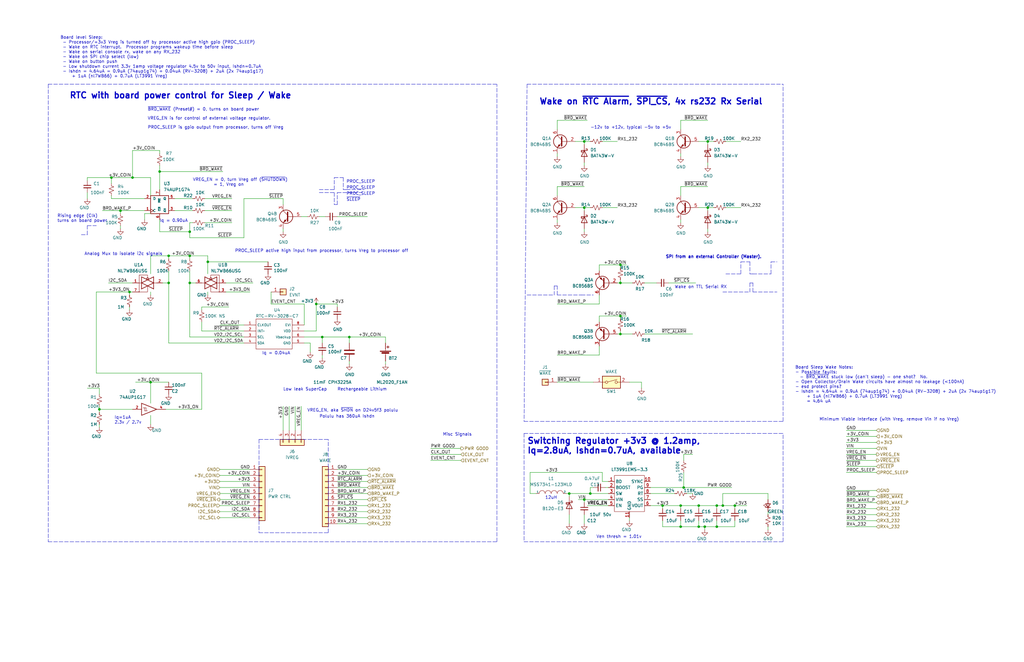
<source format=kicad_sch>
(kicad_sch (version 20211123) (generator eeschema)
  (paper "B")
  (title_block (title "Board SleepWake RTC ") (date "2022-07-16") (rev "V1.0") (company "Derived from iSee Solutions"))
  (junction (at 288.29 205.74))
  (junction (at 50.8 88.9))
  (junction (at 135.89 142.24))
  (junction (at 302.26 222.25))
  (junction (at 46.99 74.93))
  (junction (at 246.38 87.63))
  (junction (at 67.31 72.39))
  (junction (at 80.01 97.79))
  (junction (at 302.26 213.36))
  (junction (at 87.63 110.49))
  (junction (at 298.45 59.69))
  (junction (at 54.61 123.19))
  (junction (at 55.88 74.93))
  (junction (at 304.8 213.36))
  (junction (at 297.18 222.25))
  (junction (at 279.4 213.36))
  (junction (at 71.12 119.38))
  (junction (at 261.62 140.97))
  (junction (at 147.32 142.24))
  (junction (at 41.91 172.72))
  (junction (at 240.03 208.28))
  (junction (at 298.45 87.63))
  (junction (at 246.38 59.69))
  (junction (at 287.02 222.25))
  (junction (at 261.62 111.76))
  (junction (at 133.35 128.27))
  (junction (at 80.01 119.38))
  (junction (at 261.62 119.38))
  (junction (at 261.62 133.35))
  (junction (at 63.5 161.29))
  (junction (at 309.88 213.36))
  (junction (at 71.12 107.95))
  (junction (at 80.01 107.95))
  (junction (at 246.38 210.82))
  (junction (at 294.64 222.25))
  (junction (at 294.64 213.36))
  (junction (at 248.92 208.28))
  (junction (at 287.02 213.36))
  (wire (pts (xy 356.87 214.63) (xy 369.57 214.63)))
  (wire (pts (xy 287.02 219.71) (xy 287.02 222.25)))
  (wire (pts (xy 55.88 63.5) (xy 67.31 63.5)))
  (wire (pts (xy 287.02 50.8) (xy 298.45 50.8)))
  (wire (pts (xy 279.4 213.36) (xy 287.02 213.36)))
  (wire (pts (xy 41.91 179.07) (xy 41.91 180.34)))
  (polyline (pts (xy 220.98 182.88) (xy 220.98 228.6)))
  (wire (pts (xy 271.78 119.38) (xy 276.86 119.38)))
  (wire (pts (xy 127 171.45) (xy 127 181.61)))
  (wire (pts (xy 63.5 107.95) (xy 63.5 115.57)))
  (wire (pts (xy 297.18 222.25) (xy 297.18 223.52)))
  (wire (pts (xy 356.87 181.61) (xy 369.57 181.61)))
  (wire (pts (xy 248.92 208.28) (xy 256.54 208.28)))
  (wire (pts (xy 105.41 210.82) (xy 92.71 210.82)))
  (wire (pts (xy 246.38 68.58) (xy 246.38 69.85)))
  (wire (pts (xy 128.27 139.7) (xy 133.35 139.7)))
  (wire (pts (xy 304.8 208.28) (xy 323.85 208.28)))
  (wire (pts (xy 80.01 107.95) (xy 87.63 107.95)))
  (wire (pts (xy 128.27 137.16) (xy 128.27 128.27)))
  (wire (pts (xy 254 203.2) (xy 256.54 203.2)))
  (polyline (pts (xy 325.12 115.57) (xy 325.12 110.49)))
  (wire (pts (xy 86.36 93.98) (xy 97.79 93.98)))
  (polyline (pts (xy 220.98 182.88) (xy 330.2 182.88)))
  (wire (pts (xy 105.41 213.36) (xy 92.71 213.36)))
  (wire (pts (xy 147.32 142.24) (xy 147.32 144.78)))
  (wire (pts (xy 133.35 128.27) (xy 133.35 139.7)))
  (wire (pts (xy 67.31 69.85) (xy 67.31 72.39)))
  (wire (pts (xy 356.87 196.85) (xy 369.57 196.85)))
  (wire (pts (xy 142.24 200.66) (xy 154.94 200.66)))
  (wire (pts (xy 356.87 217.17) (xy 369.57 217.17)))
  (polyline (pts (xy 20.32 35.56) (xy 20.32 228.6)))
  (wire (pts (xy 41.91 172.72) (xy 55.88 172.72)))
  (wire (pts (xy 46.99 82.55) (xy 46.99 83.82)))
  (wire (pts (xy 142.24 205.74) (xy 154.94 205.74)))
  (wire (pts (xy 356.87 194.31) (xy 369.57 194.31)))
  (polyline (pts (xy 36.83 95.25) (xy 40.64 95.25)))
  (wire (pts (xy 302.26 213.36) (xy 302.26 214.63)))
  (wire (pts (xy 114.3 123.19) (xy 114.3 128.27)))
  (wire (pts (xy 287.02 54.61) (xy 287.02 50.8)))
  (wire (pts (xy 223.52 199.39) (xy 223.52 208.28)))
  (wire (pts (xy 306.07 87.63) (xy 312.42 87.63)))
  (polyline (pts (xy 144.78 80.01) (xy 146.05 80.01)))
  (wire (pts (xy 271.78 140.97) (xy 292.1 140.97)))
  (wire (pts (xy 87.63 110.49) (xy 113.03 110.49)))
  (wire (pts (xy 142.24 215.9) (xy 154.94 215.9)))
  (wire (pts (xy 234.95 50.8) (xy 247.65 50.8)))
  (wire (pts (xy 142.24 198.12) (xy 154.94 198.12)))
  (wire (pts (xy 287.02 213.36) (xy 287.02 214.63)))
  (wire (pts (xy 298.45 87.63) (xy 298.45 88.9)))
  (wire (pts (xy 248.92 205.74) (xy 248.92 208.28)))
  (wire (pts (xy 85.09 130.81) (xy 85.09 129.54)))
  (wire (pts (xy 306.07 59.69) (xy 312.42 59.69)))
  (wire (pts (xy 142.24 220.98) (xy 154.94 220.98)))
  (wire (pts (xy 87.63 110.49) (xy 87.63 115.57)))
  (wire (pts (xy 50.8 88.9) (xy 50.8 90.17)))
  (polyline (pts (xy 222.25 35.56) (xy 220.98 177.8)))
  (wire (pts (xy 246.38 59.69) (xy 246.38 60.96)))
  (wire (pts (xy 80.01 97.79) (xy 80.01 100.33)))
  (wire (pts (xy 142.24 218.44) (xy 154.94 218.44)))
  (wire (pts (xy 80.01 93.98) (xy 80.01 97.79)))
  (wire (pts (xy 162.56 142.24) (xy 162.56 144.78)))
  (wire (pts (xy 135.89 149.86) (xy 135.89 151.13)))
  (wire (pts (xy 85.09 157.48) (xy 40.64 157.48)))
  (wire (pts (xy 261.62 140.97) (xy 266.7 140.97)))
  (wire (pts (xy 265.43 161.29) (xy 270.51 161.29)))
  (wire (pts (xy 234.95 92.71) (xy 234.95 93.98)))
  (wire (pts (xy 130.81 144.78) (xy 130.81 148.59)))
  (polyline (pts (xy 109.22 224.79) (xy 138.43 224.79)))
  (wire (pts (xy 92.71 137.16) (xy 102.87 137.16)))
  (wire (pts (xy 135.89 142.24) (xy 135.89 144.78)))
  (wire (pts (xy 71.12 107.95) (xy 80.01 107.95)))
  (wire (pts (xy 287.02 92.71) (xy 287.02 93.98)))
  (wire (pts (xy 298.45 59.69) (xy 298.45 60.96)))
  (wire (pts (xy 246.38 217.17) (xy 246.38 220.98)))
  (wire (pts (xy 255.27 205.74) (xy 256.54 205.74)))
  (wire (pts (xy 142.24 128.27) (xy 142.24 129.54)))
  (wire (pts (xy 80.01 142.24) (xy 102.87 142.24)))
  (wire (pts (xy 68.58 119.38) (xy 71.12 119.38)))
  (wire (pts (xy 246.38 87.63) (xy 246.38 88.9)))
  (wire (pts (xy 73.66 88.9) (xy 81.28 88.9)))
  (wire (pts (xy 142.24 213.36) (xy 154.94 213.36)))
  (polyline (pts (xy 220.98 228.6) (xy 330.2 228.6)))
  (wire (pts (xy 294.64 222.25) (xy 297.18 222.25)))
  (wire (pts (xy 63.5 123.19) (xy 63.5 124.46)))
  (wire (pts (xy 50.8 88.9) (xy 60.96 88.9)))
  (polyline (pts (xy 233.68 120.65) (xy 233.68 124.46)))
  (wire (pts (xy 121.92 171.45) (xy 121.92 181.61)))
  (wire (pts (xy 261.62 133.35) (xy 261.62 134.62)))
  (wire (pts (xy 73.66 83.82) (xy 81.28 83.82)))
  (polyline (pts (xy 144.78 74.93) (xy 144.78 80.01)))
  (wire (pts (xy 246.38 96.52) (xy 246.38 97.79)))
  (wire (pts (xy 80.01 119.38) (xy 80.01 142.24)))
  (wire (pts (xy 63.5 74.93) (xy 63.5 82.55)))
  (wire (pts (xy 41.91 166.37) (xy 41.91 163.83)))
  (wire (pts (xy 298.45 87.63) (xy 300.99 87.63)))
  (wire (pts (xy 260.35 119.38) (xy 261.62 119.38)))
  (wire (pts (xy 252.73 128.27) (xy 234.95 128.27)))
  (wire (pts (xy 289.56 208.28) (xy 292.1 208.28)))
  (wire (pts (xy 67.31 64.77) (xy 67.31 63.5)))
  (wire (pts (xy 162.56 152.4) (xy 162.56 153.67)))
  (polyline (pts (xy 140.97 86.36) (xy 142.24 86.36)))
  (wire (pts (xy 356.87 191.77) (xy 369.57 191.77)))
  (wire (pts (xy 102.87 83.82) (xy 102.87 100.33)))
  (wire (pts (xy 252.73 111.76) (xy 261.62 111.76)))
  (wire (pts (xy 309.88 222.25) (xy 309.88 219.71)))
  (wire (pts (xy 119.38 83.82) (xy 119.38 86.36)))
  (wire (pts (xy 134.62 91.44) (xy 137.16 91.44)))
  (wire (pts (xy 86.36 83.82) (xy 97.79 83.82)))
  (wire (pts (xy 243.84 210.82) (xy 246.38 210.82)))
  (wire (pts (xy 287.02 213.36) (xy 294.64 213.36)))
  (wire (pts (xy 63.5 175.26) (xy 63.5 179.07)))
  (polyline (pts (xy 142.24 86.36) (xy 142.24 81.28)))
  (wire (pts (xy 234.95 82.55) (xy 234.95 78.74)))
  (wire (pts (xy 85.09 139.7) (xy 102.87 139.7)))
  (polyline (pts (xy 312.42 110.49) (xy 316.23 110.49)))
  (wire (pts (xy 105.41 200.66) (xy 92.71 200.66)))
  (wire (pts (xy 50.8 95.25) (xy 50.8 96.52)))
  (wire (pts (xy 356.87 186.69) (xy 369.57 186.69)))
  (polyline (pts (xy 134.62 80.01) (xy 140.97 80.01)))
  (polyline (pts (xy 20.32 228.6) (xy 209.55 228.6)))
  (polyline (pts (xy 140.97 74.93) (xy 144.78 74.93)))
  (wire (pts (xy 46.99 83.82) (xy 60.96 83.82)))
  (wire (pts (xy 128.27 144.78) (xy 130.81 144.78)))
  (wire (pts (xy 80.01 114.3) (xy 80.01 119.38)))
  (wire (pts (xy 279.4 219.71) (xy 279.4 222.25)))
  (wire (pts (xy 298.45 68.58) (xy 298.45 69.85)))
  (wire (pts (xy 223.52 199.39) (xy 254 199.39)))
  (wire (pts (xy 302.26 213.36) (xy 304.8 213.36)))
  (wire (pts (xy 87.63 123.19) (xy 87.63 124.46)))
  (wire (pts (xy 67.31 92.71) (xy 67.31 97.79)))
  (wire (pts (xy 142.24 91.44) (xy 154.94 91.44)))
  (wire (pts (xy 119.38 83.82) (xy 102.87 83.82)))
  (wire (pts (xy 309.88 213.36) (xy 314.96 213.36)))
  (wire (pts (xy 250.19 205.74) (xy 248.92 205.74)))
  (wire (pts (xy 133.35 128.27) (xy 142.24 128.27)))
  (wire (pts (xy 63.5 161.29) (xy 63.5 170.18)))
  (wire (pts (xy 240.03 208.28) (xy 248.92 208.28)))
  (polyline (pts (xy 316.23 115.57) (xy 317.5 115.57)))
  (wire (pts (xy 356.87 222.25) (xy 369.57 222.25)))
  (wire (pts (xy 298.45 59.69) (xy 300.99 59.69)))
  (wire (pts (xy 298.45 96.52) (xy 298.45 97.79)))
  (wire (pts (xy 252.73 111.76) (xy 252.73 114.3)))
  (wire (pts (xy 41.91 172.72) (xy 41.91 173.99)))
  (wire (pts (xy 254 199.39) (xy 254 203.2)))
  (polyline (pts (xy 146.05 80.01) (xy 153.67 80.01)))
  (wire (pts (xy 142.24 203.2) (xy 154.94 203.2)))
  (wire (pts (xy 119.38 171.45) (xy 119.38 181.61)))
  (wire (pts (xy 356.87 209.55) (xy 369.57 209.55)))
  (wire (pts (xy 67.31 97.79) (xy 80.01 97.79)))
  (wire (pts (xy 135.89 142.24) (xy 147.32 142.24)))
  (wire (pts (xy 234.95 78.74) (xy 246.38 78.74)))
  (wire (pts (xy 287.02 82.55) (xy 287.02 78.74)))
  (wire (pts (xy 323.85 222.25) (xy 323.85 223.52)))
  (wire (pts (xy 261.62 133.35) (xy 264.16 133.35)))
  (wire (pts (xy 288.29 205.74) (xy 308.61 205.74)))
  (wire (pts (xy 270.51 161.29) (xy 270.51 163.83)))
  (wire (pts (xy 69.85 172.72) (xy 85.09 172.72)))
  (wire (pts (xy 181.61 189.23) (xy 194.31 189.23)))
  (wire (pts (xy 142.24 208.28) (xy 154.94 208.28)))
  (polyline (pts (xy 222.25 35.56) (xy 330.2 35.56)))
  (wire (pts (xy 40.64 123.19) (xy 54.61 123.19)))
  (polyline (pts (xy 142.24 81.28) (xy 152.4 81.28)))
  (wire (pts (xy 223.52 208.28) (xy 226.06 208.28)))
  (wire (pts (xy 46.99 77.47) (xy 46.99 74.93)))
  (wire (pts (xy 40.64 157.48) (xy 40.64 123.19)))
  (wire (pts (xy 181.61 191.77) (xy 194.31 191.77)))
  (wire (pts (xy 246.38 59.69) (xy 248.92 59.69)))
  (wire (pts (xy 95.25 123.19) (xy 105.41 123.19)))
  (wire (pts (xy 41.91 171.45) (xy 41.91 172.72)))
  (wire (pts (xy 71.12 144.78) (xy 102.87 144.78)))
  (wire (pts (xy 57.15 161.29) (xy 63.5 161.29)))
  (wire (pts (xy 294.64 219.71) (xy 294.64 222.25)))
  (polyline (pts (xy 222.25 124.46) (xy 233.68 124.46)))
  (wire (pts (xy 302.26 222.25) (xy 309.88 222.25)))
  (polyline (pts (xy 325.12 110.49) (xy 327.66 110.49)))
  (polyline (pts (xy 312.42 115.57) (xy 312.42 110.49)))
  (wire (pts (xy 294.64 213.36) (xy 302.26 213.36)))
  (wire (pts (xy 36.83 74.93) (xy 36.83 76.2)))
  (wire (pts (xy 234.95 161.29) (xy 250.19 161.29)))
  (wire (pts (xy 127 91.44) (xy 129.54 91.44)))
  (polyline (pts (xy 138.43 224.79) (xy 138.43 185.42)))
  (polyline (pts (xy 317.5 119.38) (xy 316.23 119.38)))
  (polyline (pts (xy 234.95 120.65) (xy 233.68 120.65)))
  (wire (pts (xy 294.64 213.36) (xy 294.64 214.63)))
  (polyline (pts (xy 330.2 228.6) (xy 330.2 182.88)))
  (polyline (pts (xy 316.23 110.49) (xy 316.23 115.57)))
  (wire (pts (xy 304.8 213.36) (xy 304.8 208.28)))
  (wire (pts (xy 80.01 107.95) (xy 80.01 109.22)))
  (polyline (pts (xy 109.22 185.42) (xy 109.22 224.79)))
  (wire (pts (xy 234.95 50.8) (xy 234.95 54.61)))
  (wire (pts (xy 323.85 215.9) (xy 323.85 217.17)))
  (wire (pts (xy 294.64 87.63) (xy 298.45 87.63)))
  (polyline (pts (xy 109.22 185.42) (xy 138.43 185.42)))
  (polyline (pts (xy 34.29 99.06) (xy 36.83 99.06)))
  (wire (pts (xy 356.87 184.15) (xy 369.57 184.15)))
  (wire (pts (xy 356.87 219.71) (xy 369.57 219.71)))
  (polyline (pts (xy 304.8 123.19) (xy 316.23 123.19)))
  (polyline (pts (xy 317.5 123.19) (xy 327.66 123.19)))
  (wire (pts (xy 356.87 199.39) (xy 369.57 199.39)))
  (polyline (pts (xy 306.07 115.57) (xy 312.42 115.57)))
  (wire (pts (xy 54.61 123.19) (xy 54.61 124.46)))
  (wire (pts (xy 240.03 217.17) (xy 240.03 220.98)))
  (wire (pts (xy 80.01 119.38) (xy 82.55 119.38)))
  (wire (pts (xy 274.32 213.36) (xy 279.4 213.36)))
  (polyline (pts (xy 36.83 99.06) (xy 36.83 95.25)))
  (wire (pts (xy 234.95 64.77) (xy 234.95 66.04)))
  (wire (pts (xy 309.88 213.36) (xy 309.88 214.63)))
  (polyline (pts (xy 245.11 124.46) (xy 250.19 124.46)))
  (wire (pts (xy 238.76 208.28) (xy 240.03 208.28)))
  (wire (pts (xy 287.02 222.25) (xy 294.64 222.25)))
  (wire (pts (xy 254 87.63) (xy 260.35 87.63)))
  (polyline (pts (xy 316.23 119.38) (xy 316.23 123.19)))
  (wire (pts (xy 147.32 142.24) (xy 162.56 142.24)))
  (wire (pts (xy 252.73 149.86) (xy 234.95 149.86)))
  (wire (pts (xy 55.88 74.93) (xy 63.5 74.93)))
  (wire (pts (xy 67.31 72.39) (xy 67.31 80.01)))
  (polyline (pts (xy 234.95 124.46) (xy 234.95 120.65)))
  (wire (pts (xy 95.25 119.38) (xy 106.68 119.38)))
  (wire (pts (xy 105.41 208.28) (xy 92.71 208.28)))
  (wire (pts (xy 260.35 140.97) (xy 261.62 140.97)))
  (wire (pts (xy 81.28 93.98) (xy 80.01 93.98)))
  (polyline (pts (xy 234.95 124.46) (xy 245.11 124.46)))
  (wire (pts (xy 252.73 146.05) (xy 252.73 149.86)))
  (wire (pts (xy 246.38 87.63) (xy 248.92 87.63)))
  (wire (pts (xy 323.85 208.28) (xy 323.85 210.82)))
  (wire (pts (xy 105.41 205.74) (xy 92.71 205.74)))
  (wire (pts (xy 254 59.69) (xy 260.35 59.69)))
  (wire (pts (xy 87.63 107.95) (xy 87.63 110.49)))
  (wire (pts (xy 242.57 87.63) (xy 246.38 87.63)))
  (wire (pts (xy 71.12 109.22) (xy 71.12 107.95)))
  (wire (pts (xy 265.43 218.44) (xy 265.43 219.71)))
  (wire (pts (xy 114.3 128.27) (xy 128.27 128.27)))
  (wire (pts (xy 85.09 135.89) (xy 85.09 139.7)))
  (wire (pts (xy 128.27 142.24) (xy 135.89 142.24)))
  (wire (pts (xy 288.29 194.31) (xy 288.29 191.77)))
  (wire (pts (xy 279.4 213.36) (xy 279.4 214.63)))
  (wire (pts (xy 147.32 152.4) (xy 147.32 153.67)))
  (wire (pts (xy 55.88 63.5) (xy 55.88 74.93)))
  (wire (pts (xy 105.41 198.12) (xy 92.71 198.12)))
  (wire (pts (xy 142.24 210.82) (xy 154.94 210.82)))
  (polyline (pts (xy 140.97 80.01) (xy 140.97 74.93)))
  (wire (pts (xy 67.31 72.39) (xy 93.98 72.39)))
  (wire (pts (xy 85.09 129.54) (xy 96.52 129.54)))
  (wire (pts (xy 356.87 189.23) (xy 369.57 189.23)))
  (polyline (pts (xy 209.55 228.6) (xy 209.55 35.56)))
  (wire (pts (xy 43.18 88.9) (xy 50.8 88.9)))
  (polyline (pts (xy 220.98 177.8) (xy 330.2 177.8)))
  (wire (pts (xy 63.5 90.17) (xy 60.96 90.17)))
  (wire (pts (xy 261.62 139.7) (xy 261.62 140.97)))
  (wire (pts (xy 60.96 90.17) (xy 60.96 92.71)))
  (wire (pts (xy 274.32 208.28) (xy 284.48 208.28)))
  (wire (pts (xy 246.38 210.82) (xy 256.54 210.82)))
  (wire (pts (xy 246.38 210.82) (xy 246.38 212.09)))
  (polyline (pts (xy 317.5 123.19) (xy 317.5 119.38)))
  (wire (pts (xy 252.73 124.46) (xy 252.73 128.27)))
  (wire (pts (xy 119.38 96.52) (xy 119.38 97.79)))
  (polyline (pts (xy 317.5 115.57) (xy 325.12 115.57)))
  (wire (pts (xy 124.46 171.45) (xy 124.46 181.61)))
  (wire (pts (xy 240.03 208.28) (xy 240.03 209.55)))
  (wire (pts (xy 71.12 114.3) (xy 71.12 119.38)))
  (polyline (pts (xy 140.97 81.28) (xy 140.97 86.36)))
  (wire (pts (xy 356.87 207.01) (xy 369.57 207.01)))
  (wire (pts (xy 36.83 81.28) (xy 36.83 83.82)))
  (wire (pts (xy 261.62 111.76) (xy 264.16 111.76)))
  (wire (pts (xy 252.73 133.35) (xy 252.73 135.89)))
  (wire (pts (xy 252.73 133.35) (xy 261.62 133.35)))
  (wire (pts (xy 279.4 222.25) (xy 287.02 222.25)))
  (wire (pts (xy 261.62 119.38) (xy 266.7 119.38)))
  (wire (pts (xy 288.29 205.74) (xy 288.29 199.39)))
  (polyline (pts (xy 330.2 177.8) (xy 330.2 35.56)))
  (wire (pts (xy 46.99 74.93) (xy 55.88 74.93)))
  (wire (pts (xy 71.12 107.95) (xy 63.5 107.95)))
  (wire (pts (xy 288.29 191.77) (xy 292.1 191.77)))
  (wire (pts (xy 181.61 194.31) (xy 194.31 194.31)))
  (wire (pts (xy 294.64 59.69) (xy 298.45 59.69)))
  (wire (pts (xy 356.87 212.09) (xy 369.57 212.09)))
  (wire (pts (xy 261.62 111.76) (xy 261.62 113.03)))
  (wire (pts (xy 71.12 119.38) (xy 71.12 144.78)))
  (wire (pts (xy 36.83 163.83) (xy 41.91 163.83)))
  (wire (pts (xy 36.83 74.93) (xy 46.99 74.93)))
  (wire (pts (xy 45.72 119.38) (xy 55.88 119.38)))
  (wire (pts (xy 54.61 129.54) (xy 54.61 130.81)))
  (wire (pts (xy 302.26 219.71) (xy 302.26 222.25)))
  (wire (pts (xy 85.09 172.72) (xy 85.09 157.48)))
  (wire (pts (xy 287.02 78.74) (xy 298.45 78.74)))
  (wire (pts (xy 242.57 59.69) (xy 246.38 59.69)))
  (wire (pts (xy 105.41 215.9) (xy 92.71 215.9)))
  (wire (pts (xy 105.41 218.44) (xy 92.71 218.44)))
  (wire (pts (xy 247.65 213.36) (xy 256.54 213.36)))
  (polyline (pts (xy 20.32 35.56) (xy 209.55 35.56)))
  (wire (pts (xy 105.41 203.2) (xy 92.71 203.2)))
  (polyline (pts (xy 134.62 81.28) (xy 140.97 81.28)))
  (wire (pts (xy 287.02 64.77) (xy 287.02 66.04)))
  (wire (pts (xy 274.32 205.74) (xy 288.29 205.74)))
  (wire (pts (xy 304.8 213.36) (xy 309.88 213.36)))
  (wire (pts (xy 261.62 118.11) (xy 261.62 119.38)))
  (wire (pts (xy 86.36 88.9) (xy 97.79 88.9)))
  (wire (pts (xy 297.18 222.25) (xy 302.26 222.25)))
  (wire (pts (xy 80.01 100.33) (xy 102.87 100.33)))
  (wire (pts (xy 281.94 119.38) (xy 293.37 119.38)))
  (wire (pts (xy 54.61 123.19) (xy 55.88 123.19)))
  (wire (pts (xy 63.5 161.29) (xy 71.12 161.29)))
  (text "Rising edge (Clk) \nturns on board power\n" (at 24.13 93.98 0) (effects (font (size 1.27 1.27)) (justify left bottom)))
  (text "RTC with board power control for Sleep / Wake" (at 29.21 41.91 0) (effects (font (size 2.54 2.54) (thickness 0.508) bold) (justify left bottom)))
  (text "Iq = 0.90uA" (at 67.31 93.98 0) (effects (font (size 1.27 1.27)) (justify left bottom)))
  (text "Iq = 0.04uA" (at 110.49 149.86 0) (effects (font (size 1.27 1.27)) (justify left bottom)))
  (text "Minimum Viable Interface (with Vreg, remove Vin if no Vreg)" (at 345.44 177.8 0) (effects (font (size 1.27 1.27)) (justify left bottom)))
  (text "Switching Regulator +3v3 @ 1.2amp, \nIq=2.8uA, Ishdn=0.7uA, available" (at 222.25 191.77 0) (effects (font (size 2.54 2.54) (thickness 0.508) bold) (justify left bottom)))
  (text "PROC_SLEEP" (at 146.05 80.01 0) (effects (font (size 1.27 1.27)) (justify left bottom)))
  (text "Low leak SuperCap" (at 119.38 165.1 0) (effects (font (size 1.27 1.27)) (justify left bottom)))
  (text "VREG_EN, aka ~{SHDN} on D24v5f3 polulu" (at 129.54 173.99 0) (effects (font (size 1.27 1.27)) (justify left bottom)))
  (text "PROC_SLEEP" (at 146.05 77.47 0) (effects (font (size 1.27 1.27)) (justify left bottom)))
  (text "PROC_SLEEP is gpio output from processor, turns off Vreg" (at 62.23 54.61 0) (effects (font (size 1.27 1.27)) (justify left bottom)))
  (text "Board Sleep Wake Notes:\n- Possible faults: \n  - ~{BRD_WAKE} stuck low (can't sleep) - one shot?  No.\n- Open Collector/Drain Wake circuits have almost no leakage (<100nA)\n- esd protect pins?  \n- Ishdn = 4.64uA = 0.9uA (74aup1g74) + 0.04uA (RV-3208) + 2uA (2x 74aup1g17)\n     + 1uA (nl7WB66) + 0.7uA (LT3991 Vreg)\n     = 4.64 uA" (at 335.28 170.18 0) (effects (font (size 1.27 1.27)) (justify left bottom)))
  (text "VREG_EN = 0, turn Vreg off (~{SHUTDOWN})\n         = 1, Vreg on" (at 81.28 78.74 0) (effects (font (size 1.27 1.27)) (justify left bottom)))
  (text "Polulu has 360uA Ishdn" (at 134.62 176.53 0) (effects (font (size 1.27 1.27)) (justify left bottom)))
  (text "-12v to +12v, typical -5v to +5v" (at 248.92 54.61 0) (effects (font (size 1.27 1.27)) (justify left bottom)))
  (text "12uH\n" (at 229.87 210.82 0) (effects (font (size 1.27 1.27)) (justify left bottom)))
  (text "Rechargeable Lithium\n" (at 142.24 165.1 0) (effects (font (size 1.27 1.27)) (justify left bottom)))
  (text "SPI from an external Controller (Master)." (at 280.67 109.22 0) (effects (font (size 1.27 1.27) bold) (justify left bottom)))
  (text "Misc Signals" (at 186.69 184.15 0) (effects (font (size 1.27 1.27)) (justify left bottom)))
  (text "Analog Mux to isolate i2c signals" (at 35.56 107.95 0) (effects (font (size 1.27 1.27)) (justify left bottom)))
  (text "~{SLEEP}" (at 146.05 85.09 0) (effects (font (size 1.27 1.27)) (justify left bottom)))
  (text "Wake on ~{RTC Alarm}, ~{SPI_CS}, 4x rs232 Rx Serial \n" (at 227.33 44.45 0) (effects (font (size 2.54 2.54) (thickness 0.508) bold) (justify left bottom)))
  (text "Wake on TTL Serial RX" (at 284.48 121.92 0) (effects (font (size 1.27 1.27)) (justify left bottom)))
  (text "VREG_EN is for control of external voltage regulator.\n" (at 62.23 50.8 0) (effects (font (size 1.27 1.27)) (justify left bottom)))
  (text "PROC_SLEEP active high input from processor, turns Vreg to processor off" (at 99.06 106.68 0) (effects (font (size 1.27 1.27)) (justify left bottom)))
  (text "~{BRD_WAKE} (Preset#) = 0, turns on board power\n" (at 62.23 46.99 0) (effects (font (size 1.27 1.27)) (justify left bottom)))
  (text "Ven thresh = 1.01v" (at 251.46 227.33 0) (effects (font (size 1.27 1.27)) (justify left bottom)))
  (text "Iq=1uA\n2.3v / 2.7v" (at 48.26 179.07 0) (effects (font (size 1.27 1.27)) (justify left bottom)))
  (text "PROC_SLEEP" (at 146.05 82.55 0) (effects (font (size 1.27 1.27)) (justify left bottom)))
  (text "Board level Sleep:\n - Processor/+3v3 Vreg is turned off by processor active high gpio (PROC_SLEEP)\n - Wake on RTC interrupt.  Processor programs wakeup time before sleep\n - Wake on serial console rx, wake on any RX_232\n - Wake on SPI chip select (low)\n - Wake on button push\n - Low shutdown current 3.3v 1amp voltage regulator 4.5v to 50v input, Ishdn=0.7uA\n - Ishdn = 4.64uA = 0.9uA (74aup1g74) + 0.04uA (RV-3208) + 2uA (2x 74aup1g17)\n     + 1uA (nl7WB66) + 0.7uA (LT3991 Vreg)" (at 25.4 33.02 0) (effects (font (size 1.27 1.27)) (justify left bottom)))
  (label "~{BRD_WAKE}" (at 142.24 205.74 0))
  (label "~{BRD_WAKE}" (at 234.95 161.29 0))
  (label "GND" (at 356.87 181.61 0))
  (label "RX3_232" (at 260.35 87.63 0))
  (label "PWR GOOD" (at 308.61 205.74 180))
  (label "~{BRD_WAKE}" (at 298.45 78.74 180))
  (label "RX1_232" (at 356.87 214.63 0))
  (label "+3V_COIN" (at 72.39 107.95 0))
  (label "GND" (at 121.92 171.45 270))
  (label "BRD_WAKE_P" (at 234.95 149.86 0))
  (label "RX4_232" (at 312.42 87.63 0))
  (label "I2C_SDA" (at 105.41 215.9 180))
  (label "~{BRD_WAKE}" (at 246.38 78.74 180))
  (label "GND" (at 105.41 198.12 180))
  (label "+3V3" (at 119.38 171.45 270))
  (label "PROC_SLEEP" (at 154.94 91.44 180))
  (label "CLK_OUT" (at 181.61 191.77 0))
  (label "+3V_COIN" (at 45.72 74.93 0))
  (label "~{SLEEP}" (at 356.87 196.85 0))
  (label "+3V_COIN" (at 264.16 111.76 180))
  (label "RX2_232" (at 142.24 215.9 0))
  (label "EVENT_CNT" (at 181.61 194.31 0))
  (label "BRD_WAKE_P" (at 356.87 212.09 0))
  (label "+3V3" (at 105.41 203.2 180))
  (label "VREG_EN" (at 97.79 83.82 180))
  (label "GND" (at 356.87 207.01 0))
  (label "+3V3" (at 281.94 213.36 180))
  (label "PROC_SLEEP" (at 356.87 199.39 0))
  (label "I2C_SDA" (at 45.72 119.38 0))
  (label "VIN" (at 105.41 205.74 180))
  (label "+3V3" (at 229.87 199.39 0))
  (label "EVENT_CNT" (at 114.3 128.27 0))
  (label "~{VREG_EN}" (at 105.41 210.82 180))
  (label "~{BRD_WAKE}" (at 298.45 50.8 180))
  (label "RX1_232" (at 260.35 59.69 0))
  (label "~{BRD_WAKE}" (at 356.87 209.55 0))
  (label "~{SLEEP}" (at 97.79 100.33 180))
  (label "+3V3_ON" (at 96.52 123.19 0))
  (label "VREG_EN" (at 127 171.45 270))
  (label "+3V_COIN" (at 142.24 200.66 0))
  (label "+3V_COIN" (at 67.31 161.29 180))
  (label "CLK_OUT" (at 92.71 137.16 0))
  (label "PROC_SLEEP" (at 105.41 213.36 180))
  (label "~{VREG_EN}" (at 97.79 88.9 180))
  (label "VIN" (at 243.84 210.82 0))
  (label "+3V_COIN" (at 151.13 142.24 0))
  (label "+3V_COIN" (at 97.79 93.98 180))
  (label "+3V_COIN" (at 264.16 133.35 180))
  (label "~{BRD_WAKE}" (at 247.65 50.8 180))
  (label "~{SPI_CS}" (at 142.24 210.82 0))
  (label "I2C_SCL" (at 105.41 218.44 180))
  (label "+3V3" (at 139.7 128.27 0))
  (label "BRD_WAKE_P" (at 234.95 128.27 0))
  (label "+3V3_ON" (at 45.72 123.19 0))
  (label "~{RTC_ALARM}" (at 289.56 140.97 180))
  (label "VREG_EN" (at 247.65 213.36 0) (effects (font (thickness 0.254) bold)))
  (label "~{VREG_EN}" (at 356.87 194.31 0))
  (label "+3V3" (at 36.83 163.83 0))
  (label "~{SLEEP}" (at 119.38 83.82 180))
  (label "RX1_232" (at 142.24 213.36 0))
  (label "PWR GOOD" (at 181.61 189.23 0))
  (label "VD2_I2C_SDA" (at 90.17 144.78 0))
  (label "+3V3" (at 292.1 191.77 180))
  (label "+3V_COIN" (at 356.87 184.15 0))
  (label "RX4_232" (at 356.87 222.25 0))
  (label "~{BRD_WAKE}" (at 93.98 72.39 180))
  (label "RX3_232" (at 142.24 218.44 0))
  (label "VREG_EN" (at 356.87 191.77 0))
  (label "RX2_232" (at 312.42 59.69 0))
  (label "+3V_COIN" (at 55.88 63.5 0))
  (label "GND" (at 142.24 198.12 0))
  (label "RX2_232" (at 356.87 217.17 0))
  (label "VREG_EN" (at 105.41 208.28 180))
  (label "VD2_I2C_SCL" (at 90.17 142.24 0))
  (label "VIN" (at 124.46 171.45 270))
  (label "RX3_232" (at 356.87 219.71 0))
  (label "~{RTC_ALARM}" (at 90.17 139.7 0))
  (label "+3V3_ON" (at 83.82 172.72 180))
  (label "+3V_COIN" (at 105.41 200.66 180))
  (label "VIN" (at 356.87 189.23 0))
  (label "+3V3" (at 314.96 213.36 180))
  (label "~{SPI_CS}" (at 290.83 119.38 180))
  (label "~{RTC_ALARM}" (at 142.24 203.2 0))
  (label "BRD_WAKE_P" (at 43.18 88.9 0))
  (label "RX4_232" (at 142.24 220.98 0))
  (label "~{SLEEP}" (at 71.12 97.79 0))
  (label "BRD_WAKE_P" (at 142.24 208.28 0))
  (label "+3V_COIN" (at 96.52 129.54 180))
  (label "I2C_SCL" (at 106.68 119.38 180))
  (label "+3V3" (at 356.87 186.69 0))
  (hierarchical_label "~{VREG_EN}" (shape output) (at 369.57 194.31 0))
  (hierarchical_label "~{SPI_CS}" (shape input) (at 154.94 210.82 0))
  (hierarchical_label "PROC_SLEEP" (shape input) (at 92.71 213.36 180))
  (hierarchical_label "VREG_EN" (shape output) (at 92.71 208.28 180))
  (hierarchical_label "BRD_WAKE_P" (shape input) (at 369.57 212.09 0))
  (hierarchical_label "RX3_232" (shape input) (at 154.94 218.44 0))
  (hierarchical_label "RX1_232" (shape input) (at 369.57 214.63 0))
  (hierarchical_label "VREG_EN" (shape output) (at 369.57 191.77 0))
  (hierarchical_label "RX2_232" (shape input) (at 154.94 215.9 0))
  (hierarchical_label "VIN" (shape input) (at 92.71 205.74 180))
  (hierarchical_label "~{RTC_ALARM}" (shape input) (at 154.94 203.2 0))
  (hierarchical_label "GND" (shape input) (at 369.57 207.01 0))
  (hierarchical_label "RX2_232" (shape input) (at 369.57 217.17 0))
  (hierarchical_label "+3V_COIN" (shape input) (at 92.71 200.66 180))
  (hierarchical_label "~{BRD_WAKE}" (shape input) (at 154.94 205.74 0))
  (hierarchical_label "+3V_COIN" (shape input) (at 369.57 184.15 0))
  (hierarchical_label "EVENT_CNT" (shape input) (at 194.31 194.31 0))
  (hierarchical_label "CLK_OUT" (shape input) (at 194.31 191.77 0))
  (hierarchical_label "~{VREG_EN}" (shape output) (at 92.71 210.82 180))
  (hierarchical_label "GND" (shape input) (at 92.71 198.12 180))
  (hierarchical_label "PROC_SLEEP" (shape input) (at 369.57 199.39 0))
  (hierarchical_label "BRD_WAKE_P" (shape input) (at 154.94 208.28 0))
  (hierarchical_label "+3V3" (shape input) (at 92.71 203.2 180))
  (hierarchical_label "GND" (shape input) (at 369.57 181.61 0))
  (hierarchical_label "VIN" (shape input) (at 369.57 189.23 0))
  (hierarchical_label "~{BRD_WAKE}" (shape input) (at 369.57 209.55 0))
  (hierarchical_label "RX4_232" (shape input) (at 369.57 222.25 0))
  (hierarchical_label "+3V_COIN" (shape input) (at 154.94 200.66 0))
  (hierarchical_label "RX4_232" (shape input) (at 154.94 220.98 0))
  (hierarchical_label "I2C_SCL" (shape bidirectional) (at 92.71 218.44 180))
  (hierarchical_label "+3V3" (shape input) (at 369.57 186.69 0))
  (hierarchical_label "RX1_232" (shape input) (at 154.94 213.36 0))
  (hierarchical_label "~{SLEEP}" (shape input) (at 369.57 196.85 0))
  (hierarchical_label "GND" (shape input) (at 154.94 198.12 0))
  (hierarchical_label "RX3_232" (shape input) (at 369.57 219.71 0))
  (hierarchical_label "PWR GOOD" (shape output) (at 194.31 189.23 0))
  (hierarchical_label "I2C_SDA" (shape bidirectional) (at 92.71 215.9 180))
  (symbol (lib_id "Device:R_Small_US") (at 83.82 93.98 90) (unit 1)
    (property "Reference" "R11" (at 86.36 95.25 90) (effects (justify right)))
    (property "Value" "100K" (at 81.28 96.52 90) (effects (justify right)))
    (property "Footprint" "Resistor_SMD:R_0603_1608Metric_Pad0.98x0.95mm_HandSolder" (effects hide))
  )
  (symbol (lib_id "Device:R_Small_US") (at 80.01 111.76 180) (unit 1)
    (property "Reference" "R8" (at 76.2 110.49 0) (effects (justify right)))
    (property "Value" "100K" (at 74.93 114.3 0) (effects (justify right)))
    (property "Footprint" "Resistor_SMD:R_0603_1608Metric_Pad0.98x0.95mm_HandSolder" (effects hide))
  )
  (symbol (lib_id "Device:C_Small") (at 71.12 163.83 0) (unit 1)
    (property "Reference" "C2" (at 72.39 165.1 0) (effects (justify left)))
    (property "Value" "100nF" (at 72.39 162.56 0) (effects (justify left)))
    (property "Footprint" "Capacitor_SMD:C_0603_1608Metric_Pad1.08x0.95mm_HandSolder" (effects hide))
  )
  (symbol (lib_id "power:GND") (at 36.83 83.82 0) (unit 1)
    (property "Reference" "#PWR0117" (effects hide))
    (property "Value" "GND" (at 35.56 87.63 0))
  )
  (symbol (lib_id "Transistor_BJT:BC846BS") (at 237.49 59.69 0) (mirror y) (unit 1)
    (property "Reference" "Q1" (at 232.41 58.4199 0) (effects (justify left)))
    (property "Value" "BC846BS" (at 232.41 60.9599 0) (effects (justify left)))
    (property "Footprint" "Package_TO_SOT_SMD:SOT-363_SC-70-6" (effects hide))
    (property "Datasheet" "https://assets.nexperia.com/documents/data-sheet/BC846BS.pdf" (effects hide))
  )
  (symbol (lib_id "74xGxx:74AUP1G17") (at 63.5 172.72 0) (unit 1)
    (property "Reference" "U2" (at 55.88 165.1 0))
    (property "Value" "74AUP1G17" (at 55.88 167.64 0))
    (property "Footprint" "Package_TO_SOT_SMD:SOT-353_SC-70-5_Handsoldering" (effects hide))
    (property "Datasheet" "http://www.ti.com/lit/sg/scyt129e/scyt129e.pdf" (effects hide))
  )
  (symbol (lib_id "Device:C") (at 147.32 148.59 0) (unit 1)
    (property "Reference" "C7" (at 143.51 151.13 0) (effects (justify left)))
    (property "Value" "11mF CPH3225A" (at 132.08 161.29 0) (effects (justify left)))
    (property "Footprint" "Capacitor_SMD:C_1210_3225Metric_Pad1.33x2.70mm_HandSolder" (effects hide))
  )
  (symbol (lib_id "power:GND") (at 292.1 208.28 0) (unit 1)
    (property "Reference" "#PWR0133" (effects hide))
    (property "Value" "GND" (at 294.64 208.28 0))
  )
  (symbol (lib_id "power:GND") (at 297.18 223.52 0) (unit 1)
    (property "Reference" "#PWR0134" (effects hide))
    (property "Value" "GND" (at 295.91 227.33 0))
  )
  (symbol (lib_id "Device:C_Small") (at 246.38 214.63 0) (mirror y) (unit 1)
    (property "Reference" "C12" (at 251.46 219.71 0) (effects (justify left)))
    (property "Value" "10uF 50v" (at 257.81 217.17 0) (effects (justify left)))
    (property "Footprint" "Capacitor_SMD:C_1206_3216Metric_Pad1.33x1.80mm_HandSolder" (effects hide))
  )
  (symbol (lib_id "power:GND") (at 298.45 97.79 0) (unit 1)
    (property "Reference" "#PWR0120" (effects hide))
    (property "Value" "GND" (at 298.577 102.1842 0))
  )
  (symbol (lib_id "Device:C_Small") (at 302.26 217.17 0) (mirror y) (unit 1)
    (property "Reference" "C17" (at 307.34 215.9 0) (effects (justify left)))
    (property "Value" "10uF" (at 308.61 219.71 0) (effects (justify left)))
    (property "Footprint" "Capacitor_SMD:C_0603_1608Metric_Pad1.08x0.95mm_HandSolder" (effects hide))
  )
  (symbol (lib_id "Device:R_Small_US") (at 269.24 119.38 270) (unit 1)
    (property "Reference" "R17" (at 271.78 121.92 90) (effects (justify right)))
    (property "Value" "10K" (at 271.78 116.84 90) (effects (justify right)))
    (property "Footprint" "Resistor_SMD:R_0603_1608Metric_Pad0.98x0.95mm_HandSolder" (effects hide))
  )
  (symbol (lib_id "Connector_Generic:Conn_01x09") (at 110.49 208.28 0) (unit 1)
    (property "Reference" "J7" (at 113.03 207.0099 0) (effects (justify left)))
    (property "Value" "PWR CTRL" (at 113.03 209.5499 0) (effects (justify left)))
    (property "Footprint" "Connector_PinHeader_2.54mm:PinHeader_1x09_P2.54mm_Vertical" (effects hide))
  )
  (symbol (lib_id "power:GND") (at 63.5 124.46 0) (unit 1)
    (property "Reference" "#PWR0103" (effects hide))
    (property "Value" "GND" (at 62.23 128.27 0))
  )
  (symbol (lib_id "Diode:BAT43W-V") (at 246.38 92.71 270) (unit 1)
    (property "Reference" "D2" (at 248.92 91.1224 90) (effects (justify left)))
    (property "Value" "BAT43W-V" (at 248.92 93.6624 90) (effects (justify left)))
    (property "Footprint" "Diode_SMD:D_SOD-123" (effects hide))
    (property "Datasheet" "http://www.vishay.com/docs/85660/bat42.pdf" (effects hide))
  )
  (symbol (lib_id "Transistor_BJT:BC856BS") (at 255.27 140.97 180) (unit 2)
    (property "Reference" "Q3" (at 250.19 139.6999 0) (effects (justify left)))
    (property "Value" "BC856BS" (at 250.19 142.2399 0) (effects (justify left)))
    (property "Footprint" "Package_TO_SOT_SMD:SOT-363_SC-70-6" (effects hide))
    (property "Datasheet" "https://assets.nexperia.com/documents/data-sheet/BC856BS.pdf" (effects hide))
  )
  (symbol (lib_id "power:+3V3") (at 133.35 128.27 0) (mirror y) (unit 1)
    (property "Reference" "#PWR0114" (effects hide))
    (property "Value" "+3V3" (at 129.54 127 0))
  )
  (symbol (lib_id "Device:C_Small") (at 113.03 113.03 0) (unit 1)
    (property "Reference" "C3" (at 115.3668 111.8616 0) (effects (justify left)))
    (property "Value" "100nF" (at 115.3668 114.173 0) (effects (justify left)))
    (property "Footprint" "Capacitor_SMD:C_0603_1608Metric_Pad1.08x0.95mm_HandSolder" (effects hide))
  )
  (symbol (lib_id "Device:C_Small") (at 294.64 217.17 0) (mirror y) (unit 1)
    (property "Reference" "C16" (at 299.72 215.9 0) (effects (justify left)))
    (property "Value" "10uF" (at 300.99 219.71 0) (effects (justify left)))
    (property "Footprint" "Capacitor_SMD:C_0603_1608Metric_Pad1.08x0.95mm_HandSolder" (effects hide))
  )
  (symbol (lib_id "Device:R_Small_US") (at 132.08 91.44 270) (unit 1)
    (property "Reference" "R27" (at 134.62 93.98 90) (effects (justify right)))
    (property "Value" "10K" (at 134.62 88.9 90) (effects (justify right)))
    (property "Footprint" "Resistor_SMD:R_0603_1608Metric_Pad0.98x0.95mm_HandSolder" (effects hide))
  )
  (symbol (lib_id "Transistor_BJT:BC856BS") (at 255.27 119.38 180) (unit 1)
    (property "Reference" "Q3" (at 250.19 118.1099 0) (effects (justify left)))
    (property "Value" "BC856BS" (at 250.19 120.6499 0) (effects (justify left)))
    (property "Footprint" "Package_TO_SOT_SMD:SOT-363_SC-70-6" (effects hide))
    (property "Datasheet" "https://assets.nexperia.com/documents/data-sheet/BC856BS.pdf" (effects hide))
  )
  (symbol (lib_id "Device:LED_Small") (at 323.85 213.36 90) (unit 1)
    (property "Reference" "D6" (at 325.628 212.1916 90) (effects (justify right)))
    (property "Value" "GREEN" (at 323.85 215.9 90) (effects (justify right)))
    (property "Footprint" "LED_SMD:LED_0603_1608Metric_Pad1.05x0.95mm_HandSolder" (effects hide))
  )
  (symbol (lib_id "Device:C_Small") (at 287.02 217.17 0) (mirror y) (unit 1)
    (property "Reference" "C15" (at 292.1 215.9 0) (effects (justify left)))
    (property "Value" "10uF" (at 293.37 219.71 0) (effects (justify left)))
    (property "Footprint" "Capacitor_SMD:C_0603_1608Metric_Pad1.08x0.95mm_HandSolder" (effects hide))
  )
  (symbol (lib_id "Device:R_Small_US") (at 303.53 59.69 270) (unit 1)
    (property "Reference" "R19" (at 300.99 58.42 90) (effects (justify right)))
    (property "Value" "100K" (at 309.88 58.42 90) (effects (justify right)))
    (property "Footprint" "Resistor_SMD:R_0603_1608Metric_Pad0.98x0.95mm_HandSolder" (effects hide))
  )
  (symbol (lib_id "power:GND") (at 54.61 130.81 0) (unit 1)
    (property "Reference" "#PWR0102" (effects hide))
    (property "Value" "GND" (at 53.34 134.62 0))
  )
  (symbol (lib_id "Connector_Generic:Conn_01x01") (at 229.87 161.29 180) (unit 1)
    (property "Reference" "J1" (at 229.87 154.94 0))
    (property "Value" "~{WAKE}" (at 229.87 157.48 0))
    (property "Footprint" "Connector_PinSocket_1.27mm:PinSocket_1x01_P1.27mm_Vertical" (effects hide))
  )
  (symbol (lib_id "Device:R_Small_US") (at 303.53 87.63 270) (unit 1)
    (property "Reference" "R20" (at 300.99 86.36 90) (effects (justify right)))
    (property "Value" "100K" (at 309.88 86.36 90) (effects (justify right)))
    (property "Footprint" "Resistor_SMD:R_0603_1608Metric_Pad0.98x0.95mm_HandSolder" (effects hide))
  )
  (symbol (lib_id "power:GND") (at 50.8 96.52 0) (unit 1)
    (property "Reference" "#PWR0104" (effects hide))
    (property "Value" "GND" (at 49.53 100.33 0))
  )
  (symbol (lib_id "Connector_Generic:Conn_01x10") (at 137.16 208.28 0) (mirror y) (unit 1)
    (property "Reference" "J8" (at 137.16 191.77 0))
    (property "Value" "WAKE" (at 137.16 194.31 0))
    (property "Footprint" "Connector_PinHeader_2.54mm:PinHeader_1x10_P2.54mm_Vertical" (effects hide))
  )
  (symbol (lib_id "Device:C_Small") (at 279.4 119.38 270) (mirror x) (unit 1)
    (property "Reference" "C6" (at 280.67 121.92 90) (effects (justify left)))
    (property "Value" "100nF" (at 278.13 124.46 90) (effects (justify left)))
    (property "Footprint" "Capacitor_SMD:C_0603_1608Metric_Pad1.08x0.95mm_HandSolder" (effects hide))
  )
  (symbol (lib_id "Transistor_BJT:BC846BS") (at 237.49 87.63 0) (mirror y) (unit 1)
    (property "Reference" "Q2" (at 232.41 86.3599 0) (effects (justify left)))
    (property "Value" "BC846BS" (at 232.41 88.8999 0) (effects (justify left)))
    (property "Footprint" "Package_TO_SOT_SMD:SOT-363_SC-70-6" (effects hide))
    (property "Datasheet" "https://assets.nexperia.com/documents/data-sheet/BC846BS.pdf" (effects hide))
  )
  (symbol (lib_id "Device:R_Small_US") (at 261.62 115.57 0) (unit 1)
    (property "Reference" "R15" (at 265.43 113.03 0) (effects (justify right)))
    (property "Value" "100K" (at 267.97 115.57 0) (effects (justify right)))
    (property "Footprint" "Resistor_SMD:R_0603_1608Metric_Pad0.98x0.95mm_HandSolder" (effects hide))
  )
  (symbol (lib_id "Device:R_Small_US") (at 50.8 92.71 180) (unit 1)
    (property "Reference" "R5" (at 46.99 91.44 0) (effects (justify right)))
    (property "Value" "100K" (at 44.45 93.98 0) (effects (justify right)))
    (property "Footprint" "Resistor_SMD:R_0603_1608Metric_Pad0.98x0.95mm_HandSolder" (effects hide))
  )
  (symbol (lib_id "Device:Battery_Cell") (at 162.56 149.86 0) (unit 1)
    (property "Reference" "BT2" (at 163.83 151.13 0) (effects (justify left)))
    (property "Value" "ML2020_F1AN" (at 158.75 161.29 0) (effects (justify left)))
    (property "Footprint" "ProjectFootprints:ML2020_F1AN" (effects hide))
  )
  (symbol (lib_id "Device:R_Small_US") (at 288.29 196.85 0) (unit 1)
    (property "Reference" "R25" (at 287.02 199.39 90) (effects (justify right)))
    (property "Value" "100K" (at 285.75 194.31 90) (effects (justify right)))
    (property "Footprint" "Resistor_SMD:R_0603_1608Metric_Pad0.98x0.95mm_HandSolder" (effects hide))
  )
  (symbol (lib_id "74xGxx:74AUP1G74") (at 67.31 86.36 0) (unit 1)
    (property "Reference" "U3" (at 68.9801 77.47 0) (effects (justify left)))
    (property "Value" "74AUP1G74" (at 68.9801 80.01 0) (effects (justify left)))
    (property "Footprint" "Package_SO:VSSOP-8_2.3x2mm_P0.5mm" (effects hide))
    (property "Datasheet" "http://www.ti.com/lit/sg/scyt129e/scyt129e.pdf" (effects hide))
    (property "Part #" "74AUP1G74DC,125" (effects hide))
  )
  (symbol (lib_id "Device:R_Small_US") (at 261.62 137.16 0) (unit 1)
    (property "Reference" "R16" (at 265.43 134.62 0) (effects (justify right)))
    (property "Value" "100K" (at 267.97 137.16 0) (effects (justify right)))
    (property "Footprint" "Resistor_SMD:R_0603_1608Metric_Pad0.98x0.95mm_HandSolder" (effects hide))
  )
  (symbol (lib_id "Device:R_Small_US") (at 323.85 219.71 180) (unit 1)
    (property "Reference" "R26" (at 325.5772 218.5416 0) (effects (justify right)))
    (property "Value" "10K" (at 325.5772 220.853 0) (effects (justify right)))
    (property "Footprint" "Resistor_SMD:R_0603_1608Metric_Pad0.98x0.95mm_HandSolder" (effects hide))
  )
  (symbol (lib_id "power:GND") (at 246.38 220.98 0) (unit 1)
    (property "Reference" "#PWR0130" (effects hide))
    (property "Value" "GND" (at 245.11 224.79 0))
  )
  (symbol (lib_id "Device:R_Small_US") (at 83.82 88.9 270) (unit 1)
    (property "Reference" "R10" (at 81.28 87.63 90) (effects (justify right)))
    (property "Value" "10K" (at 86.36 86.36 90) (effects (justify right)))
    (property "Footprint" "Resistor_SMD:R_0603_1608Metric_Pad0.98x0.95mm_HandSolder" (effects hide))
  )
  (symbol (lib_id "power:GND") (at 265.43 219.71 0) (unit 1)
    (property "Reference" "#PWR0132" (effects hide))
    (property "Value" "GND" (at 264.16 223.52 0))
  )
  (symbol (lib_id "Device:R_Small_US") (at 269.24 140.97 270) (unit 1)
    (property "Reference" "R18" (at 274.32 143.51 90) (effects (justify right)))
    (property "Value" "10K" (at 275.59 139.7 90) (effects (justify right)))
    (property "Footprint" "Resistor_SMD:R_0603_1608Metric_Pad0.98x0.95mm_HandSolder" (effects hide))
  )
  (symbol (lib_id "Diode:BAT43W-V") (at 298.45 92.71 270) (unit 1)
    (property "Reference" "D4" (at 300.99 91.1224 90) (effects (justify left)))
    (property "Value" "BAT43W-V" (at 300.99 93.6624 90) (effects (justify left)))
    (property "Footprint" "Diode_SMD:D_SOD-123" (effects hide))
    (property "Datasheet" "http://www.vishay.com/docs/85660/bat42.pdf" (effects hide))
  )
  (symbol (lib_id "Device:R_Small_US") (at 287.02 208.28 270) (unit 1)
    (property "Reference" "R24" (at 284.48 207.01 90) (effects (justify right)))
    (property "Value" "118K" (at 293.37 207.01 90) (effects (justify right)))
    (property "Footprint" "Resistor_SMD:R_0603_1608Metric_Pad0.98x0.95mm_HandSolder" (effects hide))
  )
  (symbol (lib_id "Switch:SW_DIP_x01") (at 257.81 161.29 0) (unit 1)
    (property "Reference" "SW1" (at 257.81 165.1 0))
    (property "Value" "WAKE" (at 257.81 156.8196 0))
    (property "Footprint" "Button_Switch_SMD:SW_Push_1P1T_NO_CK_KMR2" (effects hide))
  )
  (symbol (lib_id "power:GND") (at 63.5 179.07 0) (unit 1)
    (property "Reference" "#PWR0107" (effects hide))
    (property "Value" "GND" (at 66.04 181.61 0))
  )
  (symbol (lib_id "power:GND") (at 270.51 163.83 0) (unit 1)
    (property "Reference" "#PWR0127" (effects hide))
    (property "Value" "GND" (at 270.637 168.2242 0))
  )
  (symbol (lib_id "power:GND") (at 162.56 153.67 0) (unit 1)
    (property "Reference" "#PWR0119" (effects hide))
    (property "Value" "GND" (at 162.687 158.0642 0))
  )
  (symbol (lib_id "Device:R_Small_US") (at 85.09 133.35 180) (unit 1)
    (property "Reference" "R9" (at 81.28 132.08 0) (effects (justify right)))
    (property "Value" "100K NS" (at 86.36 133.35 0) (effects (justify right)))
    (property "Footprint" "Resistor_SMD:R_0603_1608Metric_Pad0.98x0.95mm_HandSolder" (effects hide))
  )
  (symbol (lib_id "power:GND") (at 135.89 151.13 0) (unit 1)
    (property "Reference" "#PWR0113" (effects hide))
    (property "Value" "GND" (at 134.62 154.94 0))
  )
  (symbol (lib_id "Transistor_BJT:BC846BS") (at 289.56 87.63 0) (mirror y) (unit 2)
    (property "Reference" "Q2" (at 284.48 86.3599 0) (effects (justify left)))
    (property "Value" "BC846BS" (at 284.48 88.8999 0) (effects (justify left)))
    (property "Footprint" "Package_TO_SOT_SMD:SOT-363_SC-70-6" (effects hide))
    (property "Datasheet" "https://assets.nexperia.com/documents/data-sheet/BC846BS.pdf" (effects hide))
  )
  (symbol (lib_id "pspice:INDUCTOR") (at 232.41 208.28 0) (unit 1)
    (property "Reference" "L1" (at 232.41 201.93 0))
    (property "Value" "MSS7341-123MLD" (at 232.41 204.47 0))
    (property "Footprint" "ProjectFootprints:IND_MSS7341-563MLD" (effects hide))
    (property "Datasheet" "https://www.coilcraft.com/getmedia/7b464459-a4d6-47b0-83ca-9d96d4410863/MSS7341.pdf" (effects hide))
    (property "PartNum" "MSS7341-123MLD" (effects hide))
  )
  (symbol (lib_id "power:GND") (at 60.96 92.71 0) (unit 1)
    (property "Reference" "#PWR0116" (effects hide))
    (property "Value" "GND" (at 59.69 96.52 0))
  )
  (symbol (lib_id "power:GND") (at 234.95 93.98 0) (unit 1)
    (property "Reference" "#PWR0122" (effects hide))
    (property "Value" "GND" (at 235.077 98.3742 0))
  )
  (symbol (lib_id "74xGxx:74LVC2G66") (at 88.9 119.38 0) (mirror y) (unit 2)
    (property "Reference" "U1" (at 93.98 111.76 0))
    (property "Value" "NL7WB66USG" (at 95.25 114.3 0))
    (property "Footprint" "Package_SO:VSSOP-8_2.3x2mm_P0.5mm" (effects hide))
    (property "Datasheet" "http://www.ti.com/lit/sg/scyt129e/scyt129e.pdf" (effects hide))
  )
  (symbol (lib_id "ProjectLib:RTC-RV-3028-C7") (at 115.57 142.24 0) (unit 1)
    (property "Reference" "U4" (at 116.84 130.81 0))
    (property "Value" "RTC-RV-3028-C7" (at 116.84 133.35 0))
    (property "Footprint" "ProjectFootprints:IC_RV-3028-C7" (effects hide))
  )
  (symbol (lib_id "Device:C_Small") (at 142.24 132.08 0) (unit 1)
    (property "Reference" "C8" (at 134.62 129.54 0) (effects (justify left)))
    (property "Value" "100nF" (at 133.35 132.08 0) (effects (justify left)))
    (property "Footprint" "Capacitor_SMD:C_0603_1608Metric_Pad1.08x0.95mm_HandSolder" (effects hide))
  )
  (symbol (lib_id "ProjectLib:LT3991EMS-3.3") (at 265.43 208.28 0) (unit 1)
    (property "Reference" "U8" (at 265.43 195.58 0))
    (property "Value" "LT3991EMS-3.3" (at 265.43 198.12 0))
    (property "Footprint" "ProjectFootprints:MSOP-10_MSE" (effects hide))
  )
  (symbol (lib_id "power:GND") (at 71.12 166.37 0) (unit 1)
    (property "Reference" "#PWR0105" (effects hide))
    (property "Value" "GND" (at 69.85 170.18 0))
  )
  (symbol (lib_id "power:GND") (at 287.02 93.98 0) (unit 1)
    (property "Reference" "#PWR0121" (effects hide))
    (property "Value" "GND" (at 287.147 98.3742 0))
  )
  (symbol (lib_id "Device:C_Small") (at 252.73 205.74 270) (mirror x) (unit 1)
    (property "Reference" "C13" (at 248.92 204.47 90) (effects (justify left)))
    (property "Value" "0.47uF" (at 246.38 201.93 90) (effects (justify left)))
    (property "Footprint" "Capacitor_SMD:C_0603_1608Metric_Pad1.08x0.95mm_HandSolder" (effects hide))
  )
  (symbol (lib_id "Device:C_Small") (at 309.88 217.17 0) (mirror y) (unit 1)
    (property "Reference" "C18" (at 314.96 215.9 0) (effects (justify left)))
    (property "Value" "10uF" (at 316.23 219.71 0) (effects (justify left)))
    (property "Footprint" "Capacitor_SMD:C_0603_1608Metric_Pad1.08x0.95mm_HandSolder" (effects hide))
  )
  (symbol (lib_id "power:GND") (at 246.38 69.85 0) (unit 1)
    (property "Reference" "#PWR0125" (effects hide))
    (property "Value" "GND" (at 246.507 74.2442 0))
  )
  (symbol (lib_id "Device:C_Small") (at 139.7 91.44 270) (mirror x) (unit 1)
    (property "Reference" "C9" (at 140.97 93.98 90) (effects (justify left)))
    (property "Value" "100nF" (at 138.43 96.52 90) (effects (justify left)))
    (property "Footprint" "Capacitor_SMD:C_0603_1608Metric_Pad1.08x0.95mm_HandSolder" (effects hide))
  )
  (symbol (lib_id "Transistor_BJT:BC846BS") (at 289.56 59.69 0) (mirror y) (unit 2)
    (property "Reference" "Q1" (at 284.48 58.4199 0) (effects (justify left)))
    (property "Value" "BC846BS" (at 284.48 60.9599 0) (effects (justify left)))
    (property "Footprint" "Package_TO_SOT_SMD:SOT-363_SC-70-6" (effects hide))
    (property "Datasheet" "https://assets.nexperia.com/documents/data-sheet/BC846BS.pdf" (effects hide))
  )
  (symbol (lib_id "Device:R_Small_US") (at 54.61 127 180) (unit 1)
    (property "Reference" "R3" (at 50.8 125.73 0) (effects (justify right)))
    (property "Value" "1M" (at 49.53 129.54 0) (effects (justify right)))
    (property "Footprint" "Resistor_SMD:R_0603_1608Metric_Pad0.98x0.95mm_HandSolder" (effects hide))
  )
  (symbol (lib_id "power:GND") (at 323.85 223.52 0) (unit 1)
    (property "Reference" "#PWR0135" (effects hide))
    (property "Value" "GND" (at 323.85 227.33 0))
  )
  (symbol (lib_id "Connector_Generic:Conn_01x01") (at 119.38 123.19 0) (unit 1)
    (property "Reference" "J2" (at 121.92 121.9199 0) (effects (justify left)))
    (property "Value" "EVNT" (at 121.92 124.4599 0) (effects (justify left)))
    (property "Footprint" "Connector_PinSocket_1.27mm:PinSocket_1x01_P1.27mm_Vertical" (effects hide))
  )
  (symbol (lib_id "power:GND") (at 147.32 153.67 0) (unit 1)
    (property "Reference" "#PWR0111" (effects hide))
    (property "Value" "GND" (at 147.447 158.0642 0))
  )
  (symbol (lib_id "power:GND") (at 298.45 69.85 0) (unit 1)
    (property "Reference" "#PWR0118" (effects hide))
    (property "Value" "GND" (at 298.577 74.2442 0))
  )
  (symbol (lib_id "Device:C_Small") (at 135.89 147.32 0) (unit 1)
    (property "Reference" "C5" (at 138.2268 146.1516 0) (effects (justify left)))
    (property "Value" "100nF" (at 138.2268 148.463 0) (effects (justify left)))
    (property "Footprint" "Capacitor_SMD:C_0603_1608Metric_Pad1.08x0.95mm_HandSolder" (effects hide))
  )
  (symbol (lib_id "Device:R_Small_US") (at 71.12 111.76 180) (unit 1)
    (property "Reference" "R6" (at 67.31 110.49 0) (effects (justify right)))
    (property "Value" "100K" (at 66.04 114.3 0) (effects (justify right)))
    (property "Footprint" "Resistor_SMD:R_0603_1608Metric_Pad0.98x0.95mm_HandSolder" (effects hide))
  )
  (symbol (lib_id "Connector_Generic:Conn_01x04") (at 124.46 186.69 270) (unit 1)
    (property "Reference" "J6" (at 123.19 190.5 90))
    (property "Value" "iVREG" (at 123.19 193.04 90))
    (property "Footprint" "Connector_PinHeader_2.54mm:PinHeader_1x04_P2.54mm_Vertical" (effects hide))
  )
  (symbol (lib_id "Device:R_Small_US") (at 41.91 168.91 180) (unit 1)
    (property "Reference" "R1" (at 38.1 167.64 0) (effects (justify right)))
    (property "Value" "100K" (at 36.83 171.45 0) (effects (justify right)))
    (property "Footprint" "Resistor_SMD:R_0603_1608Metric_Pad0.98x0.95mm_HandSolder" (effects hide))
  )
  (symbol (lib_id "power:GND") (at 119.38 97.79 0) (unit 1)
    (property "Reference" "#PWR0129" (effects hide))
    (property "Value" "GND" (at 119.507 102.1842 0))
  )
  (symbol (lib_id "power:GND") (at 41.91 180.34 0) (unit 1)
    (property "Reference" "#PWR0106" (effects hide))
    (property "Value" "GND" (at 40.64 184.15 0))
  )
  (symbol (lib_id "Diode:B120-E3") (at 240.03 213.36 270) (unit 1)
    (property "Reference" "D5" (at 234.95 212.09 90) (effects (justify left)))
    (property "Value" "B120-E3" (at 228.6 214.63 90) (effects (justify left)))
    (property "Footprint" "Diode_SMD:D_SMA" (effects hide))
    (property "Datasheet" "http://www.vishay.com/docs/88946/b120.pdf" (effects hide))
  )
  (symbol (lib_id "Device:R_Small_US") (at 251.46 87.63 270) (unit 1)
    (property "Reference" "R14" (at 248.92 86.36 90) (effects (justify right)))
    (property "Value" "100K" (at 257.81 86.36 90) (effects (justify right)))
    (property "Footprint" "Resistor_SMD:R_0603_1608Metric_Pad0.98x0.95mm_HandSolder" (effects hide))
  )
  (symbol (lib_id "Device:C_Small") (at 36.83 78.74 0) (unit 1)
    (property "Reference" "C1" (at 39.37 77.47 0) (effects (justify left)))
    (property "Value" "100nF" (at 38.1 81.28 0) (effects (justify left)))
    (property "Footprint" "Capacitor_SMD:C_0603_1608Metric_Pad1.08x0.95mm_HandSolder" (effects hide))
  )
  (symbol (lib_id "Device:R_Small_US") (at 46.99 80.01 180) (unit 1)
    (property "Reference" "R4" (at 49.53 78.74 0) (effects (justify right)))
    (property "Value" "100K" (at 49.53 81.28 0) (effects (justify right)))
    (property "Footprint" "Resistor_SMD:R_0603_1608Metric_Pad0.98x0.95mm_HandSolder" (effects hide))
  )
  (symbol (lib_id "Device:R_Small_US") (at 67.31 67.31 180) (unit 1)
    (property "Reference" "R7" (at 69.85 64.77 0) (effects (justify right)))
    (property "Value" "100K" (at 68.58 67.31 0) (effects (justify right)))
    (property "Footprint" "Resistor_SMD:R_0603_1608Metric_Pad0.98x0.95mm_HandSolder" (effects hide))
  )
  (symbol (lib_id "Diode:BAT43W-V") (at 298.45 64.77 270) (unit 1)
    (property "Reference" "D3" (at 300.99 63.1824 90) (effects (justify left)))
    (property "Value" "BAT43W-V" (at 300.99 65.7224 90) (effects (justify left)))
    (property "Footprint" "Diode_SMD:D_SOD-123" (effects hide))
    (property "Datasheet" "http://www.vishay.com/docs/85660/bat42.pdf" (effects hide))
  )
  (symbol (lib_id "power:GND") (at 287.02 66.04 0) (unit 1)
    (property "Reference" "#PWR0126" (effects hide))
    (property "Value" "GND" (at 287.147 70.4342 0))
  )
  (symbol (lib_id "power:GND") (at 142.24 134.62 0) (unit 1)
    (property "Reference" "#PWR0115" (effects hide))
    (property "Value" "GND" (at 142.367 139.0142 0))
  )
  (symbol (lib_id "Device:R_Small_US") (at 251.46 59.69 270) (unit 1)
    (property "Reference" "R13" (at 248.92 58.42 90) (effects (justify right)))
    (property "Value" "100K" (at 257.81 58.42 90) (effects (justify right)))
    (property "Footprint" "Resistor_SMD:R_0603_1608Metric_Pad0.98x0.95mm_HandSolder" (effects hide))
  )
  (symbol (lib_id "Device:C_Small") (at 279.4 217.17 0) (mirror y) (unit 1)
    (property "Reference" "C14" (at 284.48 215.9 0) (effects (justify left)))
    (property "Value" "10uF" (at 285.75 219.71 0) (effects (justify left)))
    (property "Footprint" "Capacitor_SMD:C_0603_1608Metric_Pad1.08x0.95mm_HandSolder" (effects hide))
  )
  (symbol (lib_id "power:GND") (at 87.63 124.46 0) (unit 1)
    (property "Reference" "#PWR0101" (effects hide))
    (property "Value" "GND" (at 85.09 124.46 0))
  )
  (symbol (lib_id "Diode:BAT43W-V") (at 246.38 64.77 270) (unit 1)
    (property "Reference" "D1" (at 248.92 63.1824 90) (effects (justify left)))
    (property "Value" "BAT43W-V" (at 248.92 65.7224 90) (effects (justify left)))
    (property "Footprint" "Diode_SMD:D_SOD-123" (effects hide))
    (property "Datasheet" "http://www.vishay.com/docs/85660/bat42.pdf" (effects hide))
  )
  (symbol (lib_id "Device:R_Small_US") (at 41.91 176.53 180) (unit 1)
    (property "Reference" "R2" (at 38.1 175.26 0) (effects (justify right)))
    (property "Value" "1M" (at 38.1 179.07 0) (effects (justify right)))
    (property "Footprint" "Resistor_SMD:R_0603_1608Metric_Pad0.98x0.95mm_HandSolder" (effects hide))
  )
  (symbol (lib_id "power:GND") (at 234.95 66.04 0) (unit 1)
    (property "Reference" "#PWR0124" (effects hide))
    (property "Value" "GND" (at 235.077 70.4342 0))
  )
  (symbol (lib_id "Device:R_Small_US") (at 83.82 83.82 270) (unit 1)
    (property "Reference" "R22" (at 81.28 82.55 90) (effects (justify right)))
    (property "Value" "10K" (at 86.36 81.28 90) (effects (justify right)))
    (property "Footprint" "Resistor_SMD:R_0603_1608Metric_Pad0.98x0.95mm_HandSolder" (effects hide))
  )
  (symbol (lib_id "power:GND") (at 113.03 115.57 0) (unit 1)
    (property "Reference" "#PWR0110" (effects hide))
    (property "Value" "GND" (at 111.76 119.38 0))
  )
  (symbol (lib_id "power:GND") (at 246.38 97.79 0) (unit 1)
    (property "Reference" "#PWR0123" (effects hide))
    (property "Value" "GND" (at 246.507 102.1842 0))
  )
  (symbol (lib_id "74xGxx:74LVC2G66") (at 62.23 119.38 0) (unit 1)
    (property "Reference" "U1" (at 58.42 111.76 0))
    (property "Value" "NL7WB66USG" (at 55.88 114.3 0))
    (property "Footprint" "Package_SO:VSSOP-8_2.3x2mm_P0.5mm" (effects hide))
    (property "Datasheet" "http://www.ti.com/lit/sg/scyt129e/scyt129e.pdf" (effects hide))
  )
  (symbol (lib_id "power:GND") (at 130.81 148.59 0) (unit 1)
    (property "Reference" "#PWR0112" (effects hide))
    (property "Value" "GND" (at 129.54 152.4 0))
  )
  (symbol (lib_id "Transistor_BJT:BC846BS") (at 121.92 91.44 0) (mirror y) (unit 2)
    (property "Reference" "Q4" (at 116.84 90.1699 0) (effects (justify left)))
    (property "Value" "BC846BS" (at 116.84 92.7099 0) (effects (justify left)))
    (property "Footprint" "Package_TO_SOT_SMD:SOT-363_SC-70-6" (effects hide))
    (property "Datasheet" "https://assets.nexperia.com/documents/data-sheet/BC846BS.pdf" (effects hide))
  )
  (symbol (lib_id "power:GND") (at 240.03 220.98 0) (unit 1)
    (property "Reference" "#PWR0131" (effects hide))
    (property "Value" "GND" (at 238.76 224.79 0))
  )
)
</source>
